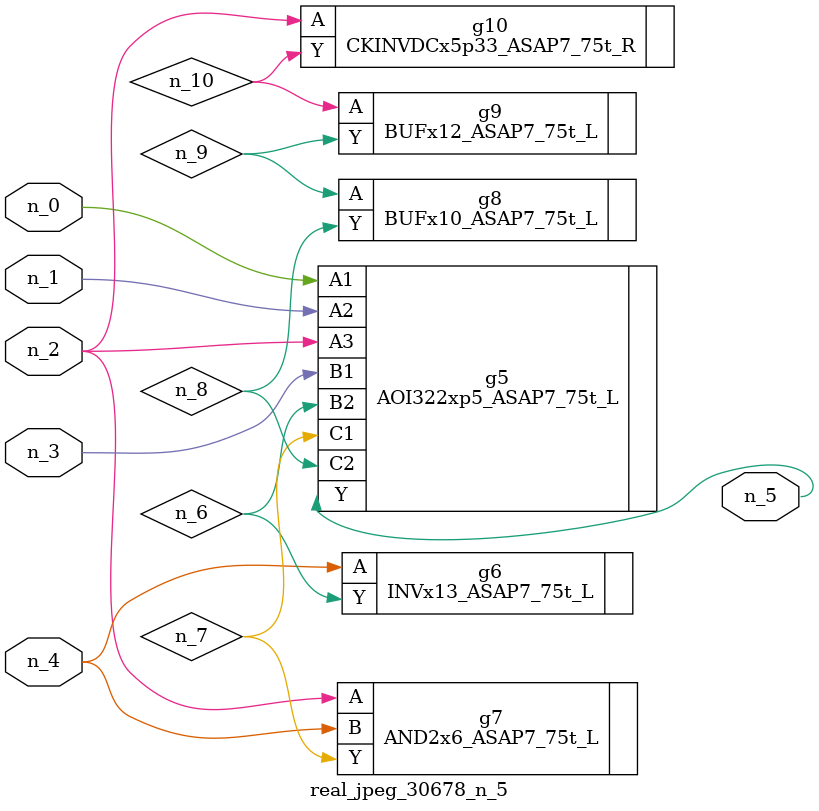
<source format=v>
module real_jpeg_30678_n_5 (n_4, n_0, n_1, n_2, n_3, n_5);

input n_4;
input n_0;
input n_1;
input n_2;
input n_3;

output n_5;

wire n_8;
wire n_6;
wire n_7;
wire n_10;
wire n_9;

AOI322xp5_ASAP7_75t_L g5 ( 
.A1(n_0),
.A2(n_1),
.A3(n_2),
.B1(n_3),
.B2(n_6),
.C1(n_7),
.C2(n_8),
.Y(n_5)
);

AND2x6_ASAP7_75t_L g7 ( 
.A(n_2),
.B(n_4),
.Y(n_7)
);

CKINVDCx5p33_ASAP7_75t_R g10 ( 
.A(n_2),
.Y(n_10)
);

INVx13_ASAP7_75t_L g6 ( 
.A(n_4),
.Y(n_6)
);

BUFx10_ASAP7_75t_L g8 ( 
.A(n_9),
.Y(n_8)
);

BUFx12_ASAP7_75t_L g9 ( 
.A(n_10),
.Y(n_9)
);


endmodule
</source>
